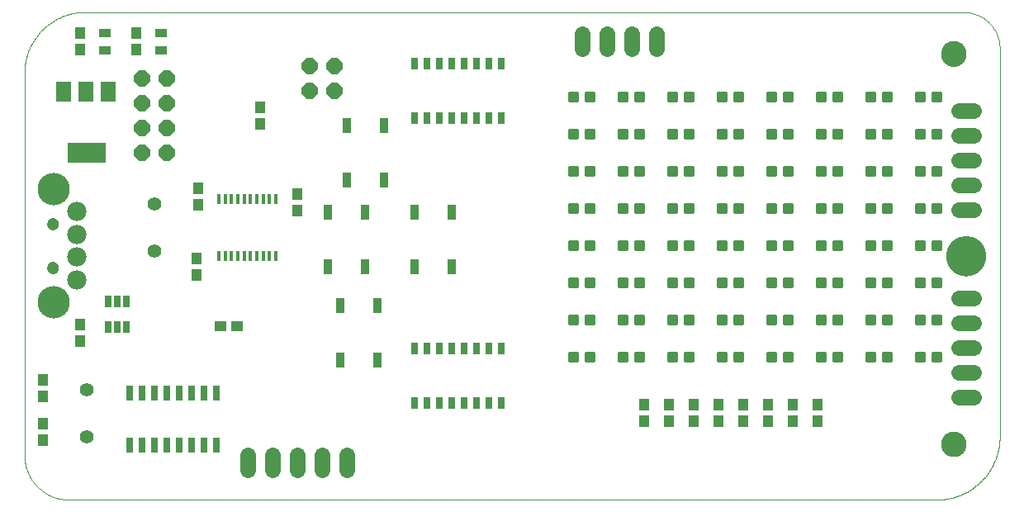
<source format=gts>
G75*
%MOIN*%
%OFA0B0*%
%FSLAX25Y25*%
%IPPOS*%
%LPD*%
%AMOC8*
5,1,8,0,0,1.08239X$1,22.5*
%
%ADD10C,0.00000*%
%ADD11C,0.16148*%
%ADD12C,0.01301*%
%ADD13R,0.04337X0.04731*%
%ADD14C,0.05600*%
%ADD15R,0.02900X0.06400*%
%ADD16C,0.07800*%
%ADD17C,0.13061*%
%ADD18C,0.04731*%
%ADD19R,0.06300X0.08300*%
%ADD20R,0.15400X0.08300*%
%ADD21R,0.05124X0.03550*%
%ADD22R,0.01600X0.04300*%
%ADD23R,0.02762X0.05124*%
%ADD24R,0.03400X0.06400*%
%ADD25C,0.06400*%
%ADD26R,0.02565X0.05124*%
%ADD27OC8,0.06400*%
%ADD28R,0.04731X0.04337*%
%ADD29C,0.10243*%
D10*
X0059668Y0031528D02*
X0059668Y0185867D01*
X0059675Y0186459D01*
X0059697Y0187050D01*
X0059732Y0187640D01*
X0059782Y0188230D01*
X0059847Y0188818D01*
X0059925Y0189405D01*
X0060017Y0189989D01*
X0060124Y0190571D01*
X0060245Y0191150D01*
X0060379Y0191726D01*
X0060528Y0192299D01*
X0060690Y0192868D01*
X0060866Y0193433D01*
X0061056Y0193993D01*
X0061259Y0194549D01*
X0061475Y0195099D01*
X0061705Y0195645D01*
X0061948Y0196184D01*
X0062204Y0196718D01*
X0062472Y0197245D01*
X0062754Y0197765D01*
X0063047Y0198279D01*
X0063353Y0198785D01*
X0063672Y0199284D01*
X0064002Y0199775D01*
X0064344Y0200258D01*
X0064697Y0200732D01*
X0065062Y0201198D01*
X0065438Y0201655D01*
X0065825Y0202102D01*
X0066223Y0202540D01*
X0066631Y0202969D01*
X0067049Y0203387D01*
X0067478Y0203795D01*
X0067916Y0204193D01*
X0068363Y0204580D01*
X0068820Y0204956D01*
X0069286Y0205321D01*
X0069760Y0205674D01*
X0070243Y0206016D01*
X0070734Y0206346D01*
X0071233Y0206665D01*
X0071739Y0206971D01*
X0072253Y0207264D01*
X0072773Y0207546D01*
X0073300Y0207814D01*
X0073834Y0208070D01*
X0074373Y0208313D01*
X0074919Y0208543D01*
X0075469Y0208759D01*
X0076025Y0208962D01*
X0076585Y0209152D01*
X0077150Y0209328D01*
X0077719Y0209490D01*
X0078292Y0209639D01*
X0078868Y0209773D01*
X0079447Y0209894D01*
X0080029Y0210001D01*
X0080613Y0210093D01*
X0081200Y0210171D01*
X0081788Y0210236D01*
X0082378Y0210286D01*
X0082968Y0210321D01*
X0083559Y0210343D01*
X0084151Y0210350D01*
X0438667Y0210350D01*
X0438667Y0210351D02*
X0439022Y0210347D01*
X0439377Y0210334D01*
X0439732Y0210312D01*
X0440086Y0210282D01*
X0440439Y0210244D01*
X0440791Y0210197D01*
X0441142Y0210141D01*
X0441492Y0210077D01*
X0441839Y0210005D01*
X0442185Y0209924D01*
X0442529Y0209835D01*
X0442871Y0209737D01*
X0443210Y0209631D01*
X0443547Y0209518D01*
X0443880Y0209396D01*
X0444211Y0209266D01*
X0444538Y0209128D01*
X0444862Y0208982D01*
X0445183Y0208828D01*
X0445499Y0208667D01*
X0445812Y0208498D01*
X0446120Y0208322D01*
X0446424Y0208138D01*
X0446724Y0207947D01*
X0447019Y0207749D01*
X0447309Y0207543D01*
X0447594Y0207331D01*
X0447873Y0207112D01*
X0448147Y0206886D01*
X0448416Y0206654D01*
X0448679Y0206415D01*
X0448937Y0206170D01*
X0449188Y0205919D01*
X0449433Y0205661D01*
X0449672Y0205398D01*
X0449904Y0205129D01*
X0450130Y0204855D01*
X0450349Y0204576D01*
X0450561Y0204291D01*
X0450767Y0204001D01*
X0450965Y0203706D01*
X0451156Y0203406D01*
X0451340Y0203102D01*
X0451516Y0202794D01*
X0451685Y0202481D01*
X0451846Y0202165D01*
X0452000Y0201844D01*
X0452146Y0201520D01*
X0452284Y0201193D01*
X0452414Y0200862D01*
X0452536Y0200529D01*
X0452649Y0200192D01*
X0452755Y0199853D01*
X0452853Y0199511D01*
X0452942Y0199167D01*
X0453023Y0198821D01*
X0453095Y0198474D01*
X0453159Y0198124D01*
X0453215Y0197773D01*
X0453262Y0197421D01*
X0453300Y0197068D01*
X0453330Y0196714D01*
X0453352Y0196359D01*
X0453365Y0196004D01*
X0453369Y0195649D01*
X0453369Y0039112D01*
X0429747Y0036000D02*
X0429749Y0036140D01*
X0429755Y0036280D01*
X0429765Y0036419D01*
X0429779Y0036558D01*
X0429797Y0036697D01*
X0429818Y0036835D01*
X0429844Y0036973D01*
X0429874Y0037110D01*
X0429907Y0037245D01*
X0429945Y0037380D01*
X0429986Y0037514D01*
X0430031Y0037647D01*
X0430079Y0037778D01*
X0430132Y0037907D01*
X0430188Y0038036D01*
X0430247Y0038162D01*
X0430311Y0038287D01*
X0430377Y0038410D01*
X0430448Y0038531D01*
X0430521Y0038650D01*
X0430598Y0038767D01*
X0430679Y0038881D01*
X0430762Y0038993D01*
X0430849Y0039103D01*
X0430939Y0039211D01*
X0431031Y0039315D01*
X0431127Y0039417D01*
X0431226Y0039517D01*
X0431327Y0039613D01*
X0431431Y0039707D01*
X0431538Y0039797D01*
X0431647Y0039884D01*
X0431759Y0039969D01*
X0431873Y0040050D01*
X0431989Y0040128D01*
X0432107Y0040202D01*
X0432228Y0040273D01*
X0432350Y0040341D01*
X0432475Y0040405D01*
X0432601Y0040466D01*
X0432728Y0040523D01*
X0432858Y0040576D01*
X0432989Y0040626D01*
X0433121Y0040671D01*
X0433254Y0040714D01*
X0433389Y0040752D01*
X0433524Y0040786D01*
X0433661Y0040817D01*
X0433798Y0040844D01*
X0433936Y0040866D01*
X0434075Y0040885D01*
X0434214Y0040900D01*
X0434353Y0040911D01*
X0434493Y0040918D01*
X0434633Y0040921D01*
X0434773Y0040920D01*
X0434913Y0040915D01*
X0435052Y0040906D01*
X0435192Y0040893D01*
X0435331Y0040876D01*
X0435469Y0040855D01*
X0435607Y0040831D01*
X0435744Y0040802D01*
X0435880Y0040770D01*
X0436015Y0040733D01*
X0436149Y0040693D01*
X0436282Y0040649D01*
X0436413Y0040601D01*
X0436543Y0040550D01*
X0436672Y0040495D01*
X0436799Y0040436D01*
X0436924Y0040373D01*
X0437047Y0040308D01*
X0437169Y0040238D01*
X0437288Y0040165D01*
X0437406Y0040089D01*
X0437521Y0040010D01*
X0437634Y0039927D01*
X0437744Y0039841D01*
X0437852Y0039752D01*
X0437957Y0039660D01*
X0438060Y0039565D01*
X0438160Y0039467D01*
X0438257Y0039367D01*
X0438351Y0039263D01*
X0438443Y0039157D01*
X0438531Y0039049D01*
X0438616Y0038938D01*
X0438698Y0038824D01*
X0438777Y0038708D01*
X0438852Y0038591D01*
X0438924Y0038471D01*
X0438992Y0038349D01*
X0439057Y0038225D01*
X0439119Y0038099D01*
X0439177Y0037972D01*
X0439231Y0037843D01*
X0439282Y0037712D01*
X0439328Y0037580D01*
X0439371Y0037447D01*
X0439411Y0037313D01*
X0439446Y0037178D01*
X0439478Y0037041D01*
X0439505Y0036904D01*
X0439529Y0036766D01*
X0439549Y0036628D01*
X0439565Y0036489D01*
X0439577Y0036349D01*
X0439585Y0036210D01*
X0439589Y0036070D01*
X0439589Y0035930D01*
X0439585Y0035790D01*
X0439577Y0035651D01*
X0439565Y0035511D01*
X0439549Y0035372D01*
X0439529Y0035234D01*
X0439505Y0035096D01*
X0439478Y0034959D01*
X0439446Y0034822D01*
X0439411Y0034687D01*
X0439371Y0034553D01*
X0439328Y0034420D01*
X0439282Y0034288D01*
X0439231Y0034157D01*
X0439177Y0034028D01*
X0439119Y0033901D01*
X0439057Y0033775D01*
X0438992Y0033651D01*
X0438924Y0033529D01*
X0438852Y0033409D01*
X0438777Y0033292D01*
X0438698Y0033176D01*
X0438616Y0033062D01*
X0438531Y0032951D01*
X0438443Y0032843D01*
X0438351Y0032737D01*
X0438257Y0032633D01*
X0438160Y0032533D01*
X0438060Y0032435D01*
X0437957Y0032340D01*
X0437852Y0032248D01*
X0437744Y0032159D01*
X0437634Y0032073D01*
X0437521Y0031990D01*
X0437406Y0031911D01*
X0437288Y0031835D01*
X0437169Y0031762D01*
X0437047Y0031692D01*
X0436924Y0031627D01*
X0436799Y0031564D01*
X0436672Y0031505D01*
X0436543Y0031450D01*
X0436413Y0031399D01*
X0436282Y0031351D01*
X0436149Y0031307D01*
X0436015Y0031267D01*
X0435880Y0031230D01*
X0435744Y0031198D01*
X0435607Y0031169D01*
X0435469Y0031145D01*
X0435331Y0031124D01*
X0435192Y0031107D01*
X0435052Y0031094D01*
X0434913Y0031085D01*
X0434773Y0031080D01*
X0434633Y0031079D01*
X0434493Y0031082D01*
X0434353Y0031089D01*
X0434214Y0031100D01*
X0434075Y0031115D01*
X0433936Y0031134D01*
X0433798Y0031156D01*
X0433661Y0031183D01*
X0433524Y0031214D01*
X0433389Y0031248D01*
X0433254Y0031286D01*
X0433121Y0031329D01*
X0432989Y0031374D01*
X0432858Y0031424D01*
X0432728Y0031477D01*
X0432601Y0031534D01*
X0432475Y0031595D01*
X0432350Y0031659D01*
X0432228Y0031727D01*
X0432107Y0031798D01*
X0431989Y0031872D01*
X0431873Y0031950D01*
X0431759Y0032031D01*
X0431647Y0032116D01*
X0431538Y0032203D01*
X0431431Y0032293D01*
X0431327Y0032387D01*
X0431226Y0032483D01*
X0431127Y0032583D01*
X0431031Y0032685D01*
X0430939Y0032789D01*
X0430849Y0032897D01*
X0430762Y0033007D01*
X0430679Y0033119D01*
X0430598Y0033233D01*
X0430521Y0033350D01*
X0430448Y0033469D01*
X0430377Y0033590D01*
X0430311Y0033713D01*
X0430247Y0033838D01*
X0430188Y0033964D01*
X0430132Y0034093D01*
X0430079Y0034222D01*
X0430031Y0034353D01*
X0429986Y0034486D01*
X0429945Y0034620D01*
X0429907Y0034755D01*
X0429874Y0034890D01*
X0429844Y0035027D01*
X0429818Y0035165D01*
X0429797Y0035303D01*
X0429779Y0035442D01*
X0429765Y0035581D01*
X0429755Y0035720D01*
X0429749Y0035860D01*
X0429747Y0036000D01*
X0427757Y0013500D02*
X0428376Y0013507D01*
X0428994Y0013530D01*
X0429612Y0013567D01*
X0430229Y0013620D01*
X0430844Y0013687D01*
X0431458Y0013769D01*
X0432069Y0013866D01*
X0432678Y0013977D01*
X0433284Y0014103D01*
X0433886Y0014244D01*
X0434485Y0014400D01*
X0435081Y0014569D01*
X0435672Y0014754D01*
X0436258Y0014952D01*
X0436839Y0015164D01*
X0437415Y0015391D01*
X0437986Y0015631D01*
X0438550Y0015885D01*
X0439108Y0016153D01*
X0439659Y0016434D01*
X0440204Y0016728D01*
X0440741Y0017035D01*
X0441271Y0017355D01*
X0441793Y0017688D01*
X0442306Y0018034D01*
X0442811Y0018391D01*
X0443308Y0018761D01*
X0443795Y0019143D01*
X0444273Y0019536D01*
X0444741Y0019941D01*
X0445199Y0020357D01*
X0445647Y0020784D01*
X0446085Y0021222D01*
X0446512Y0021670D01*
X0446928Y0022128D01*
X0447333Y0022596D01*
X0447726Y0023074D01*
X0448108Y0023561D01*
X0448478Y0024058D01*
X0448835Y0024563D01*
X0449181Y0025076D01*
X0449514Y0025598D01*
X0449834Y0026128D01*
X0450141Y0026665D01*
X0450435Y0027210D01*
X0450716Y0027761D01*
X0450984Y0028319D01*
X0451238Y0028883D01*
X0451478Y0029454D01*
X0451705Y0030030D01*
X0451917Y0030611D01*
X0452115Y0031197D01*
X0452300Y0031788D01*
X0452469Y0032384D01*
X0452625Y0032983D01*
X0452766Y0033585D01*
X0452892Y0034191D01*
X0453003Y0034800D01*
X0453100Y0035411D01*
X0453182Y0036025D01*
X0453249Y0036640D01*
X0453302Y0037257D01*
X0453339Y0037875D01*
X0453362Y0038493D01*
X0453369Y0039112D01*
X0427757Y0013500D02*
X0077695Y0013500D01*
X0077259Y0013505D01*
X0076824Y0013521D01*
X0076389Y0013547D01*
X0075955Y0013584D01*
X0075522Y0013631D01*
X0075090Y0013689D01*
X0074660Y0013757D01*
X0074231Y0013836D01*
X0073805Y0013925D01*
X0073381Y0014024D01*
X0072959Y0014133D01*
X0072540Y0014253D01*
X0072124Y0014382D01*
X0071711Y0014522D01*
X0071302Y0014672D01*
X0070897Y0014831D01*
X0070495Y0015000D01*
X0070098Y0015179D01*
X0069705Y0015367D01*
X0069317Y0015565D01*
X0068934Y0015772D01*
X0068556Y0015988D01*
X0068183Y0016214D01*
X0067815Y0016448D01*
X0067454Y0016691D01*
X0067098Y0016943D01*
X0066749Y0017203D01*
X0066406Y0017472D01*
X0066070Y0017749D01*
X0065740Y0018034D01*
X0065418Y0018327D01*
X0065102Y0018627D01*
X0064794Y0018935D01*
X0064494Y0019251D01*
X0064201Y0019573D01*
X0063916Y0019903D01*
X0063639Y0020239D01*
X0063370Y0020582D01*
X0063110Y0020931D01*
X0062858Y0021287D01*
X0062615Y0021648D01*
X0062381Y0022016D01*
X0062155Y0022389D01*
X0061939Y0022767D01*
X0061732Y0023150D01*
X0061534Y0023538D01*
X0061346Y0023931D01*
X0061167Y0024328D01*
X0060998Y0024730D01*
X0060839Y0025135D01*
X0060689Y0025544D01*
X0060549Y0025957D01*
X0060420Y0026373D01*
X0060300Y0026792D01*
X0060191Y0027214D01*
X0060092Y0027638D01*
X0060003Y0028064D01*
X0059924Y0028493D01*
X0059856Y0028923D01*
X0059798Y0029355D01*
X0059751Y0029788D01*
X0059714Y0030222D01*
X0059688Y0030657D01*
X0059672Y0031092D01*
X0059667Y0031528D01*
X0068920Y0107142D02*
X0068922Y0107235D01*
X0068928Y0107327D01*
X0068938Y0107419D01*
X0068952Y0107510D01*
X0068969Y0107601D01*
X0068991Y0107691D01*
X0069016Y0107780D01*
X0069045Y0107868D01*
X0069078Y0107954D01*
X0069115Y0108039D01*
X0069155Y0108123D01*
X0069199Y0108204D01*
X0069246Y0108284D01*
X0069296Y0108362D01*
X0069350Y0108437D01*
X0069407Y0108510D01*
X0069467Y0108580D01*
X0069530Y0108648D01*
X0069596Y0108713D01*
X0069664Y0108775D01*
X0069735Y0108835D01*
X0069809Y0108891D01*
X0069885Y0108944D01*
X0069963Y0108993D01*
X0070043Y0109040D01*
X0070125Y0109082D01*
X0070209Y0109122D01*
X0070294Y0109157D01*
X0070381Y0109189D01*
X0070469Y0109218D01*
X0070558Y0109242D01*
X0070648Y0109263D01*
X0070739Y0109279D01*
X0070831Y0109292D01*
X0070923Y0109301D01*
X0071016Y0109306D01*
X0071108Y0109307D01*
X0071201Y0109304D01*
X0071293Y0109297D01*
X0071385Y0109286D01*
X0071476Y0109271D01*
X0071567Y0109253D01*
X0071657Y0109230D01*
X0071745Y0109204D01*
X0071833Y0109174D01*
X0071919Y0109140D01*
X0072003Y0109103D01*
X0072086Y0109061D01*
X0072167Y0109017D01*
X0072247Y0108969D01*
X0072324Y0108918D01*
X0072398Y0108863D01*
X0072471Y0108805D01*
X0072541Y0108745D01*
X0072608Y0108681D01*
X0072672Y0108615D01*
X0072734Y0108545D01*
X0072792Y0108474D01*
X0072847Y0108400D01*
X0072899Y0108323D01*
X0072948Y0108244D01*
X0072994Y0108164D01*
X0073036Y0108081D01*
X0073074Y0107997D01*
X0073109Y0107911D01*
X0073140Y0107824D01*
X0073167Y0107736D01*
X0073190Y0107646D01*
X0073210Y0107556D01*
X0073226Y0107465D01*
X0073238Y0107373D01*
X0073246Y0107281D01*
X0073250Y0107188D01*
X0073250Y0107096D01*
X0073246Y0107003D01*
X0073238Y0106911D01*
X0073226Y0106819D01*
X0073210Y0106728D01*
X0073190Y0106638D01*
X0073167Y0106548D01*
X0073140Y0106460D01*
X0073109Y0106373D01*
X0073074Y0106287D01*
X0073036Y0106203D01*
X0072994Y0106120D01*
X0072948Y0106040D01*
X0072899Y0105961D01*
X0072847Y0105884D01*
X0072792Y0105810D01*
X0072734Y0105739D01*
X0072672Y0105669D01*
X0072608Y0105603D01*
X0072541Y0105539D01*
X0072471Y0105479D01*
X0072398Y0105421D01*
X0072324Y0105366D01*
X0072247Y0105315D01*
X0072168Y0105267D01*
X0072086Y0105223D01*
X0072003Y0105181D01*
X0071919Y0105144D01*
X0071833Y0105110D01*
X0071745Y0105080D01*
X0071657Y0105054D01*
X0071567Y0105031D01*
X0071476Y0105013D01*
X0071385Y0104998D01*
X0071293Y0104987D01*
X0071201Y0104980D01*
X0071108Y0104977D01*
X0071016Y0104978D01*
X0070923Y0104983D01*
X0070831Y0104992D01*
X0070739Y0105005D01*
X0070648Y0105021D01*
X0070558Y0105042D01*
X0070469Y0105066D01*
X0070381Y0105095D01*
X0070294Y0105127D01*
X0070209Y0105162D01*
X0070125Y0105202D01*
X0070043Y0105244D01*
X0069963Y0105291D01*
X0069885Y0105340D01*
X0069809Y0105393D01*
X0069735Y0105449D01*
X0069664Y0105509D01*
X0069596Y0105571D01*
X0069530Y0105636D01*
X0069467Y0105704D01*
X0069407Y0105774D01*
X0069350Y0105847D01*
X0069296Y0105922D01*
X0069246Y0106000D01*
X0069199Y0106080D01*
X0069155Y0106161D01*
X0069115Y0106245D01*
X0069078Y0106330D01*
X0069045Y0106416D01*
X0069016Y0106504D01*
X0068991Y0106593D01*
X0068969Y0106683D01*
X0068952Y0106774D01*
X0068938Y0106865D01*
X0068928Y0106957D01*
X0068922Y0107049D01*
X0068920Y0107142D01*
X0068920Y0124858D02*
X0068922Y0124951D01*
X0068928Y0125043D01*
X0068938Y0125135D01*
X0068952Y0125226D01*
X0068969Y0125317D01*
X0068991Y0125407D01*
X0069016Y0125496D01*
X0069045Y0125584D01*
X0069078Y0125670D01*
X0069115Y0125755D01*
X0069155Y0125839D01*
X0069199Y0125920D01*
X0069246Y0126000D01*
X0069296Y0126078D01*
X0069350Y0126153D01*
X0069407Y0126226D01*
X0069467Y0126296D01*
X0069530Y0126364D01*
X0069596Y0126429D01*
X0069664Y0126491D01*
X0069735Y0126551D01*
X0069809Y0126607D01*
X0069885Y0126660D01*
X0069963Y0126709D01*
X0070043Y0126756D01*
X0070125Y0126798D01*
X0070209Y0126838D01*
X0070294Y0126873D01*
X0070381Y0126905D01*
X0070469Y0126934D01*
X0070558Y0126958D01*
X0070648Y0126979D01*
X0070739Y0126995D01*
X0070831Y0127008D01*
X0070923Y0127017D01*
X0071016Y0127022D01*
X0071108Y0127023D01*
X0071201Y0127020D01*
X0071293Y0127013D01*
X0071385Y0127002D01*
X0071476Y0126987D01*
X0071567Y0126969D01*
X0071657Y0126946D01*
X0071745Y0126920D01*
X0071833Y0126890D01*
X0071919Y0126856D01*
X0072003Y0126819D01*
X0072086Y0126777D01*
X0072167Y0126733D01*
X0072247Y0126685D01*
X0072324Y0126634D01*
X0072398Y0126579D01*
X0072471Y0126521D01*
X0072541Y0126461D01*
X0072608Y0126397D01*
X0072672Y0126331D01*
X0072734Y0126261D01*
X0072792Y0126190D01*
X0072847Y0126116D01*
X0072899Y0126039D01*
X0072948Y0125960D01*
X0072994Y0125880D01*
X0073036Y0125797D01*
X0073074Y0125713D01*
X0073109Y0125627D01*
X0073140Y0125540D01*
X0073167Y0125452D01*
X0073190Y0125362D01*
X0073210Y0125272D01*
X0073226Y0125181D01*
X0073238Y0125089D01*
X0073246Y0124997D01*
X0073250Y0124904D01*
X0073250Y0124812D01*
X0073246Y0124719D01*
X0073238Y0124627D01*
X0073226Y0124535D01*
X0073210Y0124444D01*
X0073190Y0124354D01*
X0073167Y0124264D01*
X0073140Y0124176D01*
X0073109Y0124089D01*
X0073074Y0124003D01*
X0073036Y0123919D01*
X0072994Y0123836D01*
X0072948Y0123756D01*
X0072899Y0123677D01*
X0072847Y0123600D01*
X0072792Y0123526D01*
X0072734Y0123455D01*
X0072672Y0123385D01*
X0072608Y0123319D01*
X0072541Y0123255D01*
X0072471Y0123195D01*
X0072398Y0123137D01*
X0072324Y0123082D01*
X0072247Y0123031D01*
X0072168Y0122983D01*
X0072086Y0122939D01*
X0072003Y0122897D01*
X0071919Y0122860D01*
X0071833Y0122826D01*
X0071745Y0122796D01*
X0071657Y0122770D01*
X0071567Y0122747D01*
X0071476Y0122729D01*
X0071385Y0122714D01*
X0071293Y0122703D01*
X0071201Y0122696D01*
X0071108Y0122693D01*
X0071016Y0122694D01*
X0070923Y0122699D01*
X0070831Y0122708D01*
X0070739Y0122721D01*
X0070648Y0122737D01*
X0070558Y0122758D01*
X0070469Y0122782D01*
X0070381Y0122811D01*
X0070294Y0122843D01*
X0070209Y0122878D01*
X0070125Y0122918D01*
X0070043Y0122960D01*
X0069963Y0123007D01*
X0069885Y0123056D01*
X0069809Y0123109D01*
X0069735Y0123165D01*
X0069664Y0123225D01*
X0069596Y0123287D01*
X0069530Y0123352D01*
X0069467Y0123420D01*
X0069407Y0123490D01*
X0069350Y0123563D01*
X0069296Y0123638D01*
X0069246Y0123716D01*
X0069199Y0123796D01*
X0069155Y0123877D01*
X0069115Y0123961D01*
X0069078Y0124046D01*
X0069045Y0124132D01*
X0069016Y0124220D01*
X0068991Y0124309D01*
X0068969Y0124399D01*
X0068952Y0124490D01*
X0068938Y0124581D01*
X0068928Y0124673D01*
X0068922Y0124765D01*
X0068920Y0124858D01*
X0429747Y0193500D02*
X0429749Y0193640D01*
X0429755Y0193780D01*
X0429765Y0193919D01*
X0429779Y0194058D01*
X0429797Y0194197D01*
X0429818Y0194335D01*
X0429844Y0194473D01*
X0429874Y0194610D01*
X0429907Y0194745D01*
X0429945Y0194880D01*
X0429986Y0195014D01*
X0430031Y0195147D01*
X0430079Y0195278D01*
X0430132Y0195407D01*
X0430188Y0195536D01*
X0430247Y0195662D01*
X0430311Y0195787D01*
X0430377Y0195910D01*
X0430448Y0196031D01*
X0430521Y0196150D01*
X0430598Y0196267D01*
X0430679Y0196381D01*
X0430762Y0196493D01*
X0430849Y0196603D01*
X0430939Y0196711D01*
X0431031Y0196815D01*
X0431127Y0196917D01*
X0431226Y0197017D01*
X0431327Y0197113D01*
X0431431Y0197207D01*
X0431538Y0197297D01*
X0431647Y0197384D01*
X0431759Y0197469D01*
X0431873Y0197550D01*
X0431989Y0197628D01*
X0432107Y0197702D01*
X0432228Y0197773D01*
X0432350Y0197841D01*
X0432475Y0197905D01*
X0432601Y0197966D01*
X0432728Y0198023D01*
X0432858Y0198076D01*
X0432989Y0198126D01*
X0433121Y0198171D01*
X0433254Y0198214D01*
X0433389Y0198252D01*
X0433524Y0198286D01*
X0433661Y0198317D01*
X0433798Y0198344D01*
X0433936Y0198366D01*
X0434075Y0198385D01*
X0434214Y0198400D01*
X0434353Y0198411D01*
X0434493Y0198418D01*
X0434633Y0198421D01*
X0434773Y0198420D01*
X0434913Y0198415D01*
X0435052Y0198406D01*
X0435192Y0198393D01*
X0435331Y0198376D01*
X0435469Y0198355D01*
X0435607Y0198331D01*
X0435744Y0198302D01*
X0435880Y0198270D01*
X0436015Y0198233D01*
X0436149Y0198193D01*
X0436282Y0198149D01*
X0436413Y0198101D01*
X0436543Y0198050D01*
X0436672Y0197995D01*
X0436799Y0197936D01*
X0436924Y0197873D01*
X0437047Y0197808D01*
X0437169Y0197738D01*
X0437288Y0197665D01*
X0437406Y0197589D01*
X0437521Y0197510D01*
X0437634Y0197427D01*
X0437744Y0197341D01*
X0437852Y0197252D01*
X0437957Y0197160D01*
X0438060Y0197065D01*
X0438160Y0196967D01*
X0438257Y0196867D01*
X0438351Y0196763D01*
X0438443Y0196657D01*
X0438531Y0196549D01*
X0438616Y0196438D01*
X0438698Y0196324D01*
X0438777Y0196208D01*
X0438852Y0196091D01*
X0438924Y0195971D01*
X0438992Y0195849D01*
X0439057Y0195725D01*
X0439119Y0195599D01*
X0439177Y0195472D01*
X0439231Y0195343D01*
X0439282Y0195212D01*
X0439328Y0195080D01*
X0439371Y0194947D01*
X0439411Y0194813D01*
X0439446Y0194678D01*
X0439478Y0194541D01*
X0439505Y0194404D01*
X0439529Y0194266D01*
X0439549Y0194128D01*
X0439565Y0193989D01*
X0439577Y0193849D01*
X0439585Y0193710D01*
X0439589Y0193570D01*
X0439589Y0193430D01*
X0439585Y0193290D01*
X0439577Y0193151D01*
X0439565Y0193011D01*
X0439549Y0192872D01*
X0439529Y0192734D01*
X0439505Y0192596D01*
X0439478Y0192459D01*
X0439446Y0192322D01*
X0439411Y0192187D01*
X0439371Y0192053D01*
X0439328Y0191920D01*
X0439282Y0191788D01*
X0439231Y0191657D01*
X0439177Y0191528D01*
X0439119Y0191401D01*
X0439057Y0191275D01*
X0438992Y0191151D01*
X0438924Y0191029D01*
X0438852Y0190909D01*
X0438777Y0190792D01*
X0438698Y0190676D01*
X0438616Y0190562D01*
X0438531Y0190451D01*
X0438443Y0190343D01*
X0438351Y0190237D01*
X0438257Y0190133D01*
X0438160Y0190033D01*
X0438060Y0189935D01*
X0437957Y0189840D01*
X0437852Y0189748D01*
X0437744Y0189659D01*
X0437634Y0189573D01*
X0437521Y0189490D01*
X0437406Y0189411D01*
X0437288Y0189335D01*
X0437169Y0189262D01*
X0437047Y0189192D01*
X0436924Y0189127D01*
X0436799Y0189064D01*
X0436672Y0189005D01*
X0436543Y0188950D01*
X0436413Y0188899D01*
X0436282Y0188851D01*
X0436149Y0188807D01*
X0436015Y0188767D01*
X0435880Y0188730D01*
X0435744Y0188698D01*
X0435607Y0188669D01*
X0435469Y0188645D01*
X0435331Y0188624D01*
X0435192Y0188607D01*
X0435052Y0188594D01*
X0434913Y0188585D01*
X0434773Y0188580D01*
X0434633Y0188579D01*
X0434493Y0188582D01*
X0434353Y0188589D01*
X0434214Y0188600D01*
X0434075Y0188615D01*
X0433936Y0188634D01*
X0433798Y0188656D01*
X0433661Y0188683D01*
X0433524Y0188714D01*
X0433389Y0188748D01*
X0433254Y0188786D01*
X0433121Y0188829D01*
X0432989Y0188874D01*
X0432858Y0188924D01*
X0432728Y0188977D01*
X0432601Y0189034D01*
X0432475Y0189095D01*
X0432350Y0189159D01*
X0432228Y0189227D01*
X0432107Y0189298D01*
X0431989Y0189372D01*
X0431873Y0189450D01*
X0431759Y0189531D01*
X0431647Y0189616D01*
X0431538Y0189703D01*
X0431431Y0189793D01*
X0431327Y0189887D01*
X0431226Y0189983D01*
X0431127Y0190083D01*
X0431031Y0190185D01*
X0430939Y0190289D01*
X0430849Y0190397D01*
X0430762Y0190507D01*
X0430679Y0190619D01*
X0430598Y0190733D01*
X0430521Y0190850D01*
X0430448Y0190969D01*
X0430377Y0191090D01*
X0430311Y0191213D01*
X0430247Y0191338D01*
X0430188Y0191464D01*
X0430132Y0191593D01*
X0430079Y0191722D01*
X0430031Y0191853D01*
X0429986Y0191986D01*
X0429945Y0192120D01*
X0429907Y0192255D01*
X0429874Y0192390D01*
X0429844Y0192527D01*
X0429818Y0192665D01*
X0429797Y0192803D01*
X0429779Y0192942D01*
X0429765Y0193081D01*
X0429755Y0193220D01*
X0429749Y0193360D01*
X0429747Y0193500D01*
X0431794Y0111925D02*
X0431796Y0112118D01*
X0431803Y0112311D01*
X0431815Y0112504D01*
X0431832Y0112697D01*
X0431853Y0112889D01*
X0431879Y0113080D01*
X0431910Y0113271D01*
X0431945Y0113461D01*
X0431985Y0113650D01*
X0432030Y0113838D01*
X0432079Y0114025D01*
X0432133Y0114211D01*
X0432191Y0114395D01*
X0432254Y0114578D01*
X0432322Y0114759D01*
X0432393Y0114938D01*
X0432470Y0115116D01*
X0432550Y0115292D01*
X0432635Y0115465D01*
X0432724Y0115637D01*
X0432817Y0115806D01*
X0432914Y0115973D01*
X0433016Y0116138D01*
X0433121Y0116300D01*
X0433230Y0116459D01*
X0433344Y0116616D01*
X0433461Y0116769D01*
X0433581Y0116920D01*
X0433706Y0117068D01*
X0433834Y0117213D01*
X0433965Y0117354D01*
X0434100Y0117493D01*
X0434239Y0117628D01*
X0434380Y0117759D01*
X0434525Y0117887D01*
X0434673Y0118012D01*
X0434824Y0118132D01*
X0434977Y0118249D01*
X0435134Y0118363D01*
X0435293Y0118472D01*
X0435455Y0118577D01*
X0435620Y0118679D01*
X0435787Y0118776D01*
X0435956Y0118869D01*
X0436128Y0118958D01*
X0436301Y0119043D01*
X0436477Y0119123D01*
X0436655Y0119200D01*
X0436834Y0119271D01*
X0437015Y0119339D01*
X0437198Y0119402D01*
X0437382Y0119460D01*
X0437568Y0119514D01*
X0437755Y0119563D01*
X0437943Y0119608D01*
X0438132Y0119648D01*
X0438322Y0119683D01*
X0438513Y0119714D01*
X0438704Y0119740D01*
X0438896Y0119761D01*
X0439089Y0119778D01*
X0439282Y0119790D01*
X0439475Y0119797D01*
X0439668Y0119799D01*
X0439861Y0119797D01*
X0440054Y0119790D01*
X0440247Y0119778D01*
X0440440Y0119761D01*
X0440632Y0119740D01*
X0440823Y0119714D01*
X0441014Y0119683D01*
X0441204Y0119648D01*
X0441393Y0119608D01*
X0441581Y0119563D01*
X0441768Y0119514D01*
X0441954Y0119460D01*
X0442138Y0119402D01*
X0442321Y0119339D01*
X0442502Y0119271D01*
X0442681Y0119200D01*
X0442859Y0119123D01*
X0443035Y0119043D01*
X0443208Y0118958D01*
X0443380Y0118869D01*
X0443549Y0118776D01*
X0443716Y0118679D01*
X0443881Y0118577D01*
X0444043Y0118472D01*
X0444202Y0118363D01*
X0444359Y0118249D01*
X0444512Y0118132D01*
X0444663Y0118012D01*
X0444811Y0117887D01*
X0444956Y0117759D01*
X0445097Y0117628D01*
X0445236Y0117493D01*
X0445371Y0117354D01*
X0445502Y0117213D01*
X0445630Y0117068D01*
X0445755Y0116920D01*
X0445875Y0116769D01*
X0445992Y0116616D01*
X0446106Y0116459D01*
X0446215Y0116300D01*
X0446320Y0116138D01*
X0446422Y0115973D01*
X0446519Y0115806D01*
X0446612Y0115637D01*
X0446701Y0115465D01*
X0446786Y0115292D01*
X0446866Y0115116D01*
X0446943Y0114938D01*
X0447014Y0114759D01*
X0447082Y0114578D01*
X0447145Y0114395D01*
X0447203Y0114211D01*
X0447257Y0114025D01*
X0447306Y0113838D01*
X0447351Y0113650D01*
X0447391Y0113461D01*
X0447426Y0113271D01*
X0447457Y0113080D01*
X0447483Y0112889D01*
X0447504Y0112697D01*
X0447521Y0112504D01*
X0447533Y0112311D01*
X0447540Y0112118D01*
X0447542Y0111925D01*
X0447540Y0111732D01*
X0447533Y0111539D01*
X0447521Y0111346D01*
X0447504Y0111153D01*
X0447483Y0110961D01*
X0447457Y0110770D01*
X0447426Y0110579D01*
X0447391Y0110389D01*
X0447351Y0110200D01*
X0447306Y0110012D01*
X0447257Y0109825D01*
X0447203Y0109639D01*
X0447145Y0109455D01*
X0447082Y0109272D01*
X0447014Y0109091D01*
X0446943Y0108912D01*
X0446866Y0108734D01*
X0446786Y0108558D01*
X0446701Y0108385D01*
X0446612Y0108213D01*
X0446519Y0108044D01*
X0446422Y0107877D01*
X0446320Y0107712D01*
X0446215Y0107550D01*
X0446106Y0107391D01*
X0445992Y0107234D01*
X0445875Y0107081D01*
X0445755Y0106930D01*
X0445630Y0106782D01*
X0445502Y0106637D01*
X0445371Y0106496D01*
X0445236Y0106357D01*
X0445097Y0106222D01*
X0444956Y0106091D01*
X0444811Y0105963D01*
X0444663Y0105838D01*
X0444512Y0105718D01*
X0444359Y0105601D01*
X0444202Y0105487D01*
X0444043Y0105378D01*
X0443881Y0105273D01*
X0443716Y0105171D01*
X0443549Y0105074D01*
X0443380Y0104981D01*
X0443208Y0104892D01*
X0443035Y0104807D01*
X0442859Y0104727D01*
X0442681Y0104650D01*
X0442502Y0104579D01*
X0442321Y0104511D01*
X0442138Y0104448D01*
X0441954Y0104390D01*
X0441768Y0104336D01*
X0441581Y0104287D01*
X0441393Y0104242D01*
X0441204Y0104202D01*
X0441014Y0104167D01*
X0440823Y0104136D01*
X0440632Y0104110D01*
X0440440Y0104089D01*
X0440247Y0104072D01*
X0440054Y0104060D01*
X0439861Y0104053D01*
X0439668Y0104051D01*
X0439475Y0104053D01*
X0439282Y0104060D01*
X0439089Y0104072D01*
X0438896Y0104089D01*
X0438704Y0104110D01*
X0438513Y0104136D01*
X0438322Y0104167D01*
X0438132Y0104202D01*
X0437943Y0104242D01*
X0437755Y0104287D01*
X0437568Y0104336D01*
X0437382Y0104390D01*
X0437198Y0104448D01*
X0437015Y0104511D01*
X0436834Y0104579D01*
X0436655Y0104650D01*
X0436477Y0104727D01*
X0436301Y0104807D01*
X0436128Y0104892D01*
X0435956Y0104981D01*
X0435787Y0105074D01*
X0435620Y0105171D01*
X0435455Y0105273D01*
X0435293Y0105378D01*
X0435134Y0105487D01*
X0434977Y0105601D01*
X0434824Y0105718D01*
X0434673Y0105838D01*
X0434525Y0105963D01*
X0434380Y0106091D01*
X0434239Y0106222D01*
X0434100Y0106357D01*
X0433965Y0106496D01*
X0433834Y0106637D01*
X0433706Y0106782D01*
X0433581Y0106930D01*
X0433461Y0107081D01*
X0433344Y0107234D01*
X0433230Y0107391D01*
X0433121Y0107550D01*
X0433016Y0107712D01*
X0432914Y0107877D01*
X0432817Y0108044D01*
X0432724Y0108213D01*
X0432635Y0108385D01*
X0432550Y0108558D01*
X0432470Y0108734D01*
X0432393Y0108912D01*
X0432322Y0109091D01*
X0432254Y0109272D01*
X0432191Y0109455D01*
X0432133Y0109639D01*
X0432079Y0109825D01*
X0432030Y0110012D01*
X0431985Y0110200D01*
X0431945Y0110389D01*
X0431910Y0110579D01*
X0431879Y0110770D01*
X0431853Y0110961D01*
X0431832Y0111153D01*
X0431815Y0111346D01*
X0431803Y0111539D01*
X0431796Y0111732D01*
X0431794Y0111925D01*
D11*
X0439668Y0111925D03*
D12*
X0429638Y0114482D02*
X0429638Y0117518D01*
X0429638Y0114482D02*
X0426602Y0114482D01*
X0426602Y0117518D01*
X0429638Y0117518D01*
X0429638Y0115782D02*
X0426602Y0115782D01*
X0426602Y0117082D02*
X0429638Y0117082D01*
X0422733Y0117518D02*
X0422733Y0114482D01*
X0419697Y0114482D01*
X0419697Y0117518D01*
X0422733Y0117518D01*
X0422733Y0115782D02*
X0419697Y0115782D01*
X0419697Y0117082D02*
X0422733Y0117082D01*
X0409638Y0117518D02*
X0409638Y0114482D01*
X0406602Y0114482D01*
X0406602Y0117518D01*
X0409638Y0117518D01*
X0409638Y0115782D02*
X0406602Y0115782D01*
X0406602Y0117082D02*
X0409638Y0117082D01*
X0402733Y0117518D02*
X0402733Y0114482D01*
X0399697Y0114482D01*
X0399697Y0117518D01*
X0402733Y0117518D01*
X0402733Y0115782D02*
X0399697Y0115782D01*
X0399697Y0117082D02*
X0402733Y0117082D01*
X0389638Y0117518D02*
X0389638Y0114482D01*
X0386602Y0114482D01*
X0386602Y0117518D01*
X0389638Y0117518D01*
X0389638Y0115782D02*
X0386602Y0115782D01*
X0386602Y0117082D02*
X0389638Y0117082D01*
X0382733Y0117518D02*
X0382733Y0114482D01*
X0379697Y0114482D01*
X0379697Y0117518D01*
X0382733Y0117518D01*
X0382733Y0115782D02*
X0379697Y0115782D01*
X0379697Y0117082D02*
X0382733Y0117082D01*
X0369638Y0117518D02*
X0369638Y0114482D01*
X0366602Y0114482D01*
X0366602Y0117518D01*
X0369638Y0117518D01*
X0369638Y0115782D02*
X0366602Y0115782D01*
X0366602Y0117082D02*
X0369638Y0117082D01*
X0362733Y0117518D02*
X0362733Y0114482D01*
X0359697Y0114482D01*
X0359697Y0117518D01*
X0362733Y0117518D01*
X0362733Y0115782D02*
X0359697Y0115782D01*
X0359697Y0117082D02*
X0362733Y0117082D01*
X0349638Y0117518D02*
X0349638Y0114482D01*
X0346602Y0114482D01*
X0346602Y0117518D01*
X0349638Y0117518D01*
X0349638Y0115782D02*
X0346602Y0115782D01*
X0346602Y0117082D02*
X0349638Y0117082D01*
X0342733Y0117518D02*
X0342733Y0114482D01*
X0339697Y0114482D01*
X0339697Y0117518D01*
X0342733Y0117518D01*
X0342733Y0115782D02*
X0339697Y0115782D01*
X0339697Y0117082D02*
X0342733Y0117082D01*
X0329638Y0117518D02*
X0329638Y0114482D01*
X0326602Y0114482D01*
X0326602Y0117518D01*
X0329638Y0117518D01*
X0329638Y0115782D02*
X0326602Y0115782D01*
X0326602Y0117082D02*
X0329638Y0117082D01*
X0322733Y0117518D02*
X0322733Y0114482D01*
X0319697Y0114482D01*
X0319697Y0117518D01*
X0322733Y0117518D01*
X0322733Y0115782D02*
X0319697Y0115782D01*
X0319697Y0117082D02*
X0322733Y0117082D01*
X0309638Y0117518D02*
X0309638Y0114482D01*
X0306602Y0114482D01*
X0306602Y0117518D01*
X0309638Y0117518D01*
X0309638Y0115782D02*
X0306602Y0115782D01*
X0306602Y0117082D02*
X0309638Y0117082D01*
X0302733Y0117518D02*
X0302733Y0114482D01*
X0299697Y0114482D01*
X0299697Y0117518D01*
X0302733Y0117518D01*
X0302733Y0115782D02*
X0299697Y0115782D01*
X0299697Y0117082D02*
X0302733Y0117082D01*
X0289638Y0117518D02*
X0289638Y0114482D01*
X0286602Y0114482D01*
X0286602Y0117518D01*
X0289638Y0117518D01*
X0289638Y0115782D02*
X0286602Y0115782D01*
X0286602Y0117082D02*
X0289638Y0117082D01*
X0282733Y0117518D02*
X0282733Y0114482D01*
X0279697Y0114482D01*
X0279697Y0117518D01*
X0282733Y0117518D01*
X0282733Y0115782D02*
X0279697Y0115782D01*
X0279697Y0117082D02*
X0282733Y0117082D01*
X0282733Y0129482D02*
X0282733Y0132518D01*
X0282733Y0129482D02*
X0279697Y0129482D01*
X0279697Y0132518D01*
X0282733Y0132518D01*
X0282733Y0130782D02*
X0279697Y0130782D01*
X0279697Y0132082D02*
X0282733Y0132082D01*
X0289638Y0132518D02*
X0289638Y0129482D01*
X0286602Y0129482D01*
X0286602Y0132518D01*
X0289638Y0132518D01*
X0289638Y0130782D02*
X0286602Y0130782D01*
X0286602Y0132082D02*
X0289638Y0132082D01*
X0302733Y0132518D02*
X0302733Y0129482D01*
X0299697Y0129482D01*
X0299697Y0132518D01*
X0302733Y0132518D01*
X0302733Y0130782D02*
X0299697Y0130782D01*
X0299697Y0132082D02*
X0302733Y0132082D01*
X0309638Y0132518D02*
X0309638Y0129482D01*
X0306602Y0129482D01*
X0306602Y0132518D01*
X0309638Y0132518D01*
X0309638Y0130782D02*
X0306602Y0130782D01*
X0306602Y0132082D02*
X0309638Y0132082D01*
X0322733Y0132518D02*
X0322733Y0129482D01*
X0319697Y0129482D01*
X0319697Y0132518D01*
X0322733Y0132518D01*
X0322733Y0130782D02*
X0319697Y0130782D01*
X0319697Y0132082D02*
X0322733Y0132082D01*
X0329638Y0132518D02*
X0329638Y0129482D01*
X0326602Y0129482D01*
X0326602Y0132518D01*
X0329638Y0132518D01*
X0329638Y0130782D02*
X0326602Y0130782D01*
X0326602Y0132082D02*
X0329638Y0132082D01*
X0342733Y0132518D02*
X0342733Y0129482D01*
X0339697Y0129482D01*
X0339697Y0132518D01*
X0342733Y0132518D01*
X0342733Y0130782D02*
X0339697Y0130782D01*
X0339697Y0132082D02*
X0342733Y0132082D01*
X0349638Y0132518D02*
X0349638Y0129482D01*
X0346602Y0129482D01*
X0346602Y0132518D01*
X0349638Y0132518D01*
X0349638Y0130782D02*
X0346602Y0130782D01*
X0346602Y0132082D02*
X0349638Y0132082D01*
X0362733Y0132518D02*
X0362733Y0129482D01*
X0359697Y0129482D01*
X0359697Y0132518D01*
X0362733Y0132518D01*
X0362733Y0130782D02*
X0359697Y0130782D01*
X0359697Y0132082D02*
X0362733Y0132082D01*
X0369638Y0132518D02*
X0369638Y0129482D01*
X0366602Y0129482D01*
X0366602Y0132518D01*
X0369638Y0132518D01*
X0369638Y0130782D02*
X0366602Y0130782D01*
X0366602Y0132082D02*
X0369638Y0132082D01*
X0382733Y0132518D02*
X0382733Y0129482D01*
X0379697Y0129482D01*
X0379697Y0132518D01*
X0382733Y0132518D01*
X0382733Y0130782D02*
X0379697Y0130782D01*
X0379697Y0132082D02*
X0382733Y0132082D01*
X0389638Y0132518D02*
X0389638Y0129482D01*
X0386602Y0129482D01*
X0386602Y0132518D01*
X0389638Y0132518D01*
X0389638Y0130782D02*
X0386602Y0130782D01*
X0386602Y0132082D02*
X0389638Y0132082D01*
X0402733Y0132518D02*
X0402733Y0129482D01*
X0399697Y0129482D01*
X0399697Y0132518D01*
X0402733Y0132518D01*
X0402733Y0130782D02*
X0399697Y0130782D01*
X0399697Y0132082D02*
X0402733Y0132082D01*
X0409638Y0132518D02*
X0409638Y0129482D01*
X0406602Y0129482D01*
X0406602Y0132518D01*
X0409638Y0132518D01*
X0409638Y0130782D02*
X0406602Y0130782D01*
X0406602Y0132082D02*
X0409638Y0132082D01*
X0422733Y0132518D02*
X0422733Y0129482D01*
X0419697Y0129482D01*
X0419697Y0132518D01*
X0422733Y0132518D01*
X0422733Y0130782D02*
X0419697Y0130782D01*
X0419697Y0132082D02*
X0422733Y0132082D01*
X0429638Y0132518D02*
X0429638Y0129482D01*
X0426602Y0129482D01*
X0426602Y0132518D01*
X0429638Y0132518D01*
X0429638Y0130782D02*
X0426602Y0130782D01*
X0426602Y0132082D02*
X0429638Y0132082D01*
X0429638Y0144482D02*
X0429638Y0147518D01*
X0429638Y0144482D02*
X0426602Y0144482D01*
X0426602Y0147518D01*
X0429638Y0147518D01*
X0429638Y0145782D02*
X0426602Y0145782D01*
X0426602Y0147082D02*
X0429638Y0147082D01*
X0422733Y0147518D02*
X0422733Y0144482D01*
X0419697Y0144482D01*
X0419697Y0147518D01*
X0422733Y0147518D01*
X0422733Y0145782D02*
X0419697Y0145782D01*
X0419697Y0147082D02*
X0422733Y0147082D01*
X0409638Y0147518D02*
X0409638Y0144482D01*
X0406602Y0144482D01*
X0406602Y0147518D01*
X0409638Y0147518D01*
X0409638Y0145782D02*
X0406602Y0145782D01*
X0406602Y0147082D02*
X0409638Y0147082D01*
X0402733Y0147518D02*
X0402733Y0144482D01*
X0399697Y0144482D01*
X0399697Y0147518D01*
X0402733Y0147518D01*
X0402733Y0145782D02*
X0399697Y0145782D01*
X0399697Y0147082D02*
X0402733Y0147082D01*
X0389638Y0147518D02*
X0389638Y0144482D01*
X0386602Y0144482D01*
X0386602Y0147518D01*
X0389638Y0147518D01*
X0389638Y0145782D02*
X0386602Y0145782D01*
X0386602Y0147082D02*
X0389638Y0147082D01*
X0382733Y0147518D02*
X0382733Y0144482D01*
X0379697Y0144482D01*
X0379697Y0147518D01*
X0382733Y0147518D01*
X0382733Y0145782D02*
X0379697Y0145782D01*
X0379697Y0147082D02*
X0382733Y0147082D01*
X0369638Y0147518D02*
X0369638Y0144482D01*
X0366602Y0144482D01*
X0366602Y0147518D01*
X0369638Y0147518D01*
X0369638Y0145782D02*
X0366602Y0145782D01*
X0366602Y0147082D02*
X0369638Y0147082D01*
X0362733Y0147518D02*
X0362733Y0144482D01*
X0359697Y0144482D01*
X0359697Y0147518D01*
X0362733Y0147518D01*
X0362733Y0145782D02*
X0359697Y0145782D01*
X0359697Y0147082D02*
X0362733Y0147082D01*
X0349638Y0147518D02*
X0349638Y0144482D01*
X0346602Y0144482D01*
X0346602Y0147518D01*
X0349638Y0147518D01*
X0349638Y0145782D02*
X0346602Y0145782D01*
X0346602Y0147082D02*
X0349638Y0147082D01*
X0342733Y0147518D02*
X0342733Y0144482D01*
X0339697Y0144482D01*
X0339697Y0147518D01*
X0342733Y0147518D01*
X0342733Y0145782D02*
X0339697Y0145782D01*
X0339697Y0147082D02*
X0342733Y0147082D01*
X0329638Y0147518D02*
X0329638Y0144482D01*
X0326602Y0144482D01*
X0326602Y0147518D01*
X0329638Y0147518D01*
X0329638Y0145782D02*
X0326602Y0145782D01*
X0326602Y0147082D02*
X0329638Y0147082D01*
X0322733Y0147518D02*
X0322733Y0144482D01*
X0319697Y0144482D01*
X0319697Y0147518D01*
X0322733Y0147518D01*
X0322733Y0145782D02*
X0319697Y0145782D01*
X0319697Y0147082D02*
X0322733Y0147082D01*
X0309638Y0147518D02*
X0309638Y0144482D01*
X0306602Y0144482D01*
X0306602Y0147518D01*
X0309638Y0147518D01*
X0309638Y0145782D02*
X0306602Y0145782D01*
X0306602Y0147082D02*
X0309638Y0147082D01*
X0302733Y0147518D02*
X0302733Y0144482D01*
X0299697Y0144482D01*
X0299697Y0147518D01*
X0302733Y0147518D01*
X0302733Y0145782D02*
X0299697Y0145782D01*
X0299697Y0147082D02*
X0302733Y0147082D01*
X0289638Y0147518D02*
X0289638Y0144482D01*
X0286602Y0144482D01*
X0286602Y0147518D01*
X0289638Y0147518D01*
X0289638Y0145782D02*
X0286602Y0145782D01*
X0286602Y0147082D02*
X0289638Y0147082D01*
X0282733Y0147518D02*
X0282733Y0144482D01*
X0279697Y0144482D01*
X0279697Y0147518D01*
X0282733Y0147518D01*
X0282733Y0145782D02*
X0279697Y0145782D01*
X0279697Y0147082D02*
X0282733Y0147082D01*
X0282733Y0159482D02*
X0282733Y0162518D01*
X0282733Y0159482D02*
X0279697Y0159482D01*
X0279697Y0162518D01*
X0282733Y0162518D01*
X0282733Y0160782D02*
X0279697Y0160782D01*
X0279697Y0162082D02*
X0282733Y0162082D01*
X0289638Y0162518D02*
X0289638Y0159482D01*
X0286602Y0159482D01*
X0286602Y0162518D01*
X0289638Y0162518D01*
X0289638Y0160782D02*
X0286602Y0160782D01*
X0286602Y0162082D02*
X0289638Y0162082D01*
X0302733Y0162518D02*
X0302733Y0159482D01*
X0299697Y0159482D01*
X0299697Y0162518D01*
X0302733Y0162518D01*
X0302733Y0160782D02*
X0299697Y0160782D01*
X0299697Y0162082D02*
X0302733Y0162082D01*
X0309638Y0162518D02*
X0309638Y0159482D01*
X0306602Y0159482D01*
X0306602Y0162518D01*
X0309638Y0162518D01*
X0309638Y0160782D02*
X0306602Y0160782D01*
X0306602Y0162082D02*
X0309638Y0162082D01*
X0322733Y0162518D02*
X0322733Y0159482D01*
X0319697Y0159482D01*
X0319697Y0162518D01*
X0322733Y0162518D01*
X0322733Y0160782D02*
X0319697Y0160782D01*
X0319697Y0162082D02*
X0322733Y0162082D01*
X0329638Y0162518D02*
X0329638Y0159482D01*
X0326602Y0159482D01*
X0326602Y0162518D01*
X0329638Y0162518D01*
X0329638Y0160782D02*
X0326602Y0160782D01*
X0326602Y0162082D02*
X0329638Y0162082D01*
X0342733Y0162518D02*
X0342733Y0159482D01*
X0339697Y0159482D01*
X0339697Y0162518D01*
X0342733Y0162518D01*
X0342733Y0160782D02*
X0339697Y0160782D01*
X0339697Y0162082D02*
X0342733Y0162082D01*
X0349638Y0162518D02*
X0349638Y0159482D01*
X0346602Y0159482D01*
X0346602Y0162518D01*
X0349638Y0162518D01*
X0349638Y0160782D02*
X0346602Y0160782D01*
X0346602Y0162082D02*
X0349638Y0162082D01*
X0362733Y0162518D02*
X0362733Y0159482D01*
X0359697Y0159482D01*
X0359697Y0162518D01*
X0362733Y0162518D01*
X0362733Y0160782D02*
X0359697Y0160782D01*
X0359697Y0162082D02*
X0362733Y0162082D01*
X0369638Y0162518D02*
X0369638Y0159482D01*
X0366602Y0159482D01*
X0366602Y0162518D01*
X0369638Y0162518D01*
X0369638Y0160782D02*
X0366602Y0160782D01*
X0366602Y0162082D02*
X0369638Y0162082D01*
X0382733Y0162518D02*
X0382733Y0159482D01*
X0379697Y0159482D01*
X0379697Y0162518D01*
X0382733Y0162518D01*
X0382733Y0160782D02*
X0379697Y0160782D01*
X0379697Y0162082D02*
X0382733Y0162082D01*
X0389638Y0162518D02*
X0389638Y0159482D01*
X0386602Y0159482D01*
X0386602Y0162518D01*
X0389638Y0162518D01*
X0389638Y0160782D02*
X0386602Y0160782D01*
X0386602Y0162082D02*
X0389638Y0162082D01*
X0402733Y0162518D02*
X0402733Y0159482D01*
X0399697Y0159482D01*
X0399697Y0162518D01*
X0402733Y0162518D01*
X0402733Y0160782D02*
X0399697Y0160782D01*
X0399697Y0162082D02*
X0402733Y0162082D01*
X0409638Y0162518D02*
X0409638Y0159482D01*
X0406602Y0159482D01*
X0406602Y0162518D01*
X0409638Y0162518D01*
X0409638Y0160782D02*
X0406602Y0160782D01*
X0406602Y0162082D02*
X0409638Y0162082D01*
X0422733Y0162518D02*
X0422733Y0159482D01*
X0419697Y0159482D01*
X0419697Y0162518D01*
X0422733Y0162518D01*
X0422733Y0160782D02*
X0419697Y0160782D01*
X0419697Y0162082D02*
X0422733Y0162082D01*
X0429638Y0162518D02*
X0429638Y0159482D01*
X0426602Y0159482D01*
X0426602Y0162518D01*
X0429638Y0162518D01*
X0429638Y0160782D02*
X0426602Y0160782D01*
X0426602Y0162082D02*
X0429638Y0162082D01*
X0426602Y0174482D02*
X0426602Y0177518D01*
X0429638Y0177518D01*
X0429638Y0174482D01*
X0426602Y0174482D01*
X0426602Y0175782D02*
X0429638Y0175782D01*
X0429638Y0177082D02*
X0426602Y0177082D01*
X0419697Y0177518D02*
X0419697Y0174482D01*
X0419697Y0177518D02*
X0422733Y0177518D01*
X0422733Y0174482D01*
X0419697Y0174482D01*
X0419697Y0175782D02*
X0422733Y0175782D01*
X0422733Y0177082D02*
X0419697Y0177082D01*
X0409638Y0177518D02*
X0409638Y0174482D01*
X0406602Y0174482D01*
X0406602Y0177518D01*
X0409638Y0177518D01*
X0409638Y0175782D02*
X0406602Y0175782D01*
X0406602Y0177082D02*
X0409638Y0177082D01*
X0402733Y0177518D02*
X0402733Y0174482D01*
X0399697Y0174482D01*
X0399697Y0177518D01*
X0402733Y0177518D01*
X0402733Y0175782D02*
X0399697Y0175782D01*
X0399697Y0177082D02*
X0402733Y0177082D01*
X0389638Y0177518D02*
X0389638Y0174482D01*
X0386602Y0174482D01*
X0386602Y0177518D01*
X0389638Y0177518D01*
X0389638Y0175782D02*
X0386602Y0175782D01*
X0386602Y0177082D02*
X0389638Y0177082D01*
X0382733Y0177518D02*
X0382733Y0174482D01*
X0379697Y0174482D01*
X0379697Y0177518D01*
X0382733Y0177518D01*
X0382733Y0175782D02*
X0379697Y0175782D01*
X0379697Y0177082D02*
X0382733Y0177082D01*
X0369638Y0177518D02*
X0369638Y0174482D01*
X0366602Y0174482D01*
X0366602Y0177518D01*
X0369638Y0177518D01*
X0369638Y0175782D02*
X0366602Y0175782D01*
X0366602Y0177082D02*
X0369638Y0177082D01*
X0362733Y0177518D02*
X0362733Y0174482D01*
X0359697Y0174482D01*
X0359697Y0177518D01*
X0362733Y0177518D01*
X0362733Y0175782D02*
X0359697Y0175782D01*
X0359697Y0177082D02*
X0362733Y0177082D01*
X0349638Y0177518D02*
X0349638Y0174482D01*
X0346602Y0174482D01*
X0346602Y0177518D01*
X0349638Y0177518D01*
X0349638Y0175782D02*
X0346602Y0175782D01*
X0346602Y0177082D02*
X0349638Y0177082D01*
X0342733Y0177518D02*
X0342733Y0174482D01*
X0339697Y0174482D01*
X0339697Y0177518D01*
X0342733Y0177518D01*
X0342733Y0175782D02*
X0339697Y0175782D01*
X0339697Y0177082D02*
X0342733Y0177082D01*
X0329638Y0177518D02*
X0329638Y0174482D01*
X0326602Y0174482D01*
X0326602Y0177518D01*
X0329638Y0177518D01*
X0329638Y0175782D02*
X0326602Y0175782D01*
X0326602Y0177082D02*
X0329638Y0177082D01*
X0322733Y0177518D02*
X0322733Y0174482D01*
X0319697Y0174482D01*
X0319697Y0177518D01*
X0322733Y0177518D01*
X0322733Y0175782D02*
X0319697Y0175782D01*
X0319697Y0177082D02*
X0322733Y0177082D01*
X0309638Y0177518D02*
X0309638Y0174482D01*
X0306602Y0174482D01*
X0306602Y0177518D01*
X0309638Y0177518D01*
X0309638Y0175782D02*
X0306602Y0175782D01*
X0306602Y0177082D02*
X0309638Y0177082D01*
X0302733Y0177518D02*
X0302733Y0174482D01*
X0299697Y0174482D01*
X0299697Y0177518D01*
X0302733Y0177518D01*
X0302733Y0175782D02*
X0299697Y0175782D01*
X0299697Y0177082D02*
X0302733Y0177082D01*
X0289638Y0177518D02*
X0289638Y0174482D01*
X0286602Y0174482D01*
X0286602Y0177518D01*
X0289638Y0177518D01*
X0289638Y0175782D02*
X0286602Y0175782D01*
X0286602Y0177082D02*
X0289638Y0177082D01*
X0282733Y0177518D02*
X0282733Y0174482D01*
X0279697Y0174482D01*
X0279697Y0177518D01*
X0282733Y0177518D01*
X0282733Y0175782D02*
X0279697Y0175782D01*
X0279697Y0177082D02*
X0282733Y0177082D01*
X0282733Y0102518D02*
X0282733Y0099482D01*
X0279697Y0099482D01*
X0279697Y0102518D01*
X0282733Y0102518D01*
X0282733Y0100782D02*
X0279697Y0100782D01*
X0279697Y0102082D02*
X0282733Y0102082D01*
X0289638Y0102518D02*
X0289638Y0099482D01*
X0286602Y0099482D01*
X0286602Y0102518D01*
X0289638Y0102518D01*
X0289638Y0100782D02*
X0286602Y0100782D01*
X0286602Y0102082D02*
X0289638Y0102082D01*
X0302733Y0102518D02*
X0302733Y0099482D01*
X0299697Y0099482D01*
X0299697Y0102518D01*
X0302733Y0102518D01*
X0302733Y0100782D02*
X0299697Y0100782D01*
X0299697Y0102082D02*
X0302733Y0102082D01*
X0309638Y0102518D02*
X0309638Y0099482D01*
X0306602Y0099482D01*
X0306602Y0102518D01*
X0309638Y0102518D01*
X0309638Y0100782D02*
X0306602Y0100782D01*
X0306602Y0102082D02*
X0309638Y0102082D01*
X0322733Y0102518D02*
X0322733Y0099482D01*
X0319697Y0099482D01*
X0319697Y0102518D01*
X0322733Y0102518D01*
X0322733Y0100782D02*
X0319697Y0100782D01*
X0319697Y0102082D02*
X0322733Y0102082D01*
X0329638Y0102518D02*
X0329638Y0099482D01*
X0326602Y0099482D01*
X0326602Y0102518D01*
X0329638Y0102518D01*
X0329638Y0100782D02*
X0326602Y0100782D01*
X0326602Y0102082D02*
X0329638Y0102082D01*
X0342733Y0102518D02*
X0342733Y0099482D01*
X0339697Y0099482D01*
X0339697Y0102518D01*
X0342733Y0102518D01*
X0342733Y0100782D02*
X0339697Y0100782D01*
X0339697Y0102082D02*
X0342733Y0102082D01*
X0349638Y0102518D02*
X0349638Y0099482D01*
X0346602Y0099482D01*
X0346602Y0102518D01*
X0349638Y0102518D01*
X0349638Y0100782D02*
X0346602Y0100782D01*
X0346602Y0102082D02*
X0349638Y0102082D01*
X0362733Y0102518D02*
X0362733Y0099482D01*
X0359697Y0099482D01*
X0359697Y0102518D01*
X0362733Y0102518D01*
X0362733Y0100782D02*
X0359697Y0100782D01*
X0359697Y0102082D02*
X0362733Y0102082D01*
X0369638Y0102518D02*
X0369638Y0099482D01*
X0366602Y0099482D01*
X0366602Y0102518D01*
X0369638Y0102518D01*
X0369638Y0100782D02*
X0366602Y0100782D01*
X0366602Y0102082D02*
X0369638Y0102082D01*
X0382733Y0102518D02*
X0382733Y0099482D01*
X0379697Y0099482D01*
X0379697Y0102518D01*
X0382733Y0102518D01*
X0382733Y0100782D02*
X0379697Y0100782D01*
X0379697Y0102082D02*
X0382733Y0102082D01*
X0389638Y0102518D02*
X0389638Y0099482D01*
X0386602Y0099482D01*
X0386602Y0102518D01*
X0389638Y0102518D01*
X0389638Y0100782D02*
X0386602Y0100782D01*
X0386602Y0102082D02*
X0389638Y0102082D01*
X0402733Y0102518D02*
X0402733Y0099482D01*
X0399697Y0099482D01*
X0399697Y0102518D01*
X0402733Y0102518D01*
X0402733Y0100782D02*
X0399697Y0100782D01*
X0399697Y0102082D02*
X0402733Y0102082D01*
X0409638Y0102518D02*
X0409638Y0099482D01*
X0406602Y0099482D01*
X0406602Y0102518D01*
X0409638Y0102518D01*
X0409638Y0100782D02*
X0406602Y0100782D01*
X0406602Y0102082D02*
X0409638Y0102082D01*
X0422733Y0102518D02*
X0422733Y0099482D01*
X0419697Y0099482D01*
X0419697Y0102518D01*
X0422733Y0102518D01*
X0422733Y0100782D02*
X0419697Y0100782D01*
X0419697Y0102082D02*
X0422733Y0102082D01*
X0429638Y0102518D02*
X0429638Y0099482D01*
X0426602Y0099482D01*
X0426602Y0102518D01*
X0429638Y0102518D01*
X0429638Y0100782D02*
X0426602Y0100782D01*
X0426602Y0102082D02*
X0429638Y0102082D01*
X0429638Y0087518D02*
X0429638Y0084482D01*
X0426602Y0084482D01*
X0426602Y0087518D01*
X0429638Y0087518D01*
X0429638Y0085782D02*
X0426602Y0085782D01*
X0426602Y0087082D02*
X0429638Y0087082D01*
X0422733Y0087518D02*
X0422733Y0084482D01*
X0419697Y0084482D01*
X0419697Y0087518D01*
X0422733Y0087518D01*
X0422733Y0085782D02*
X0419697Y0085782D01*
X0419697Y0087082D02*
X0422733Y0087082D01*
X0409638Y0087518D02*
X0409638Y0084482D01*
X0406602Y0084482D01*
X0406602Y0087518D01*
X0409638Y0087518D01*
X0409638Y0085782D02*
X0406602Y0085782D01*
X0406602Y0087082D02*
X0409638Y0087082D01*
X0402733Y0087518D02*
X0402733Y0084482D01*
X0399697Y0084482D01*
X0399697Y0087518D01*
X0402733Y0087518D01*
X0402733Y0085782D02*
X0399697Y0085782D01*
X0399697Y0087082D02*
X0402733Y0087082D01*
X0389638Y0087518D02*
X0389638Y0084482D01*
X0386602Y0084482D01*
X0386602Y0087518D01*
X0389638Y0087518D01*
X0389638Y0085782D02*
X0386602Y0085782D01*
X0386602Y0087082D02*
X0389638Y0087082D01*
X0382733Y0087518D02*
X0382733Y0084482D01*
X0379697Y0084482D01*
X0379697Y0087518D01*
X0382733Y0087518D01*
X0382733Y0085782D02*
X0379697Y0085782D01*
X0379697Y0087082D02*
X0382733Y0087082D01*
X0369638Y0087518D02*
X0369638Y0084482D01*
X0366602Y0084482D01*
X0366602Y0087518D01*
X0369638Y0087518D01*
X0369638Y0085782D02*
X0366602Y0085782D01*
X0366602Y0087082D02*
X0369638Y0087082D01*
X0362733Y0087518D02*
X0362733Y0084482D01*
X0359697Y0084482D01*
X0359697Y0087518D01*
X0362733Y0087518D01*
X0362733Y0085782D02*
X0359697Y0085782D01*
X0359697Y0087082D02*
X0362733Y0087082D01*
X0349638Y0087518D02*
X0349638Y0084482D01*
X0346602Y0084482D01*
X0346602Y0087518D01*
X0349638Y0087518D01*
X0349638Y0085782D02*
X0346602Y0085782D01*
X0346602Y0087082D02*
X0349638Y0087082D01*
X0342733Y0087518D02*
X0342733Y0084482D01*
X0339697Y0084482D01*
X0339697Y0087518D01*
X0342733Y0087518D01*
X0342733Y0085782D02*
X0339697Y0085782D01*
X0339697Y0087082D02*
X0342733Y0087082D01*
X0329638Y0087518D02*
X0329638Y0084482D01*
X0326602Y0084482D01*
X0326602Y0087518D01*
X0329638Y0087518D01*
X0329638Y0085782D02*
X0326602Y0085782D01*
X0326602Y0087082D02*
X0329638Y0087082D01*
X0322733Y0087518D02*
X0322733Y0084482D01*
X0319697Y0084482D01*
X0319697Y0087518D01*
X0322733Y0087518D01*
X0322733Y0085782D02*
X0319697Y0085782D01*
X0319697Y0087082D02*
X0322733Y0087082D01*
X0309638Y0087518D02*
X0309638Y0084482D01*
X0306602Y0084482D01*
X0306602Y0087518D01*
X0309638Y0087518D01*
X0309638Y0085782D02*
X0306602Y0085782D01*
X0306602Y0087082D02*
X0309638Y0087082D01*
X0302733Y0087518D02*
X0302733Y0084482D01*
X0299697Y0084482D01*
X0299697Y0087518D01*
X0302733Y0087518D01*
X0302733Y0085782D02*
X0299697Y0085782D01*
X0299697Y0087082D02*
X0302733Y0087082D01*
X0289638Y0087518D02*
X0289638Y0084482D01*
X0286602Y0084482D01*
X0286602Y0087518D01*
X0289638Y0087518D01*
X0289638Y0085782D02*
X0286602Y0085782D01*
X0286602Y0087082D02*
X0289638Y0087082D01*
X0282733Y0087518D02*
X0282733Y0084482D01*
X0279697Y0084482D01*
X0279697Y0087518D01*
X0282733Y0087518D01*
X0282733Y0085782D02*
X0279697Y0085782D01*
X0279697Y0087082D02*
X0282733Y0087082D01*
X0282733Y0072518D02*
X0282733Y0069482D01*
X0279697Y0069482D01*
X0279697Y0072518D01*
X0282733Y0072518D01*
X0282733Y0070782D02*
X0279697Y0070782D01*
X0279697Y0072082D02*
X0282733Y0072082D01*
X0289638Y0072518D02*
X0289638Y0069482D01*
X0286602Y0069482D01*
X0286602Y0072518D01*
X0289638Y0072518D01*
X0289638Y0070782D02*
X0286602Y0070782D01*
X0286602Y0072082D02*
X0289638Y0072082D01*
X0302733Y0072518D02*
X0302733Y0069482D01*
X0299697Y0069482D01*
X0299697Y0072518D01*
X0302733Y0072518D01*
X0302733Y0070782D02*
X0299697Y0070782D01*
X0299697Y0072082D02*
X0302733Y0072082D01*
X0309638Y0072518D02*
X0309638Y0069482D01*
X0306602Y0069482D01*
X0306602Y0072518D01*
X0309638Y0072518D01*
X0309638Y0070782D02*
X0306602Y0070782D01*
X0306602Y0072082D02*
X0309638Y0072082D01*
X0322733Y0072518D02*
X0322733Y0069482D01*
X0319697Y0069482D01*
X0319697Y0072518D01*
X0322733Y0072518D01*
X0322733Y0070782D02*
X0319697Y0070782D01*
X0319697Y0072082D02*
X0322733Y0072082D01*
X0329638Y0072518D02*
X0329638Y0069482D01*
X0326602Y0069482D01*
X0326602Y0072518D01*
X0329638Y0072518D01*
X0329638Y0070782D02*
X0326602Y0070782D01*
X0326602Y0072082D02*
X0329638Y0072082D01*
X0342733Y0072518D02*
X0342733Y0069482D01*
X0339697Y0069482D01*
X0339697Y0072518D01*
X0342733Y0072518D01*
X0342733Y0070782D02*
X0339697Y0070782D01*
X0339697Y0072082D02*
X0342733Y0072082D01*
X0349638Y0072518D02*
X0349638Y0069482D01*
X0346602Y0069482D01*
X0346602Y0072518D01*
X0349638Y0072518D01*
X0349638Y0070782D02*
X0346602Y0070782D01*
X0346602Y0072082D02*
X0349638Y0072082D01*
X0362733Y0072518D02*
X0362733Y0069482D01*
X0359697Y0069482D01*
X0359697Y0072518D01*
X0362733Y0072518D01*
X0362733Y0070782D02*
X0359697Y0070782D01*
X0359697Y0072082D02*
X0362733Y0072082D01*
X0369638Y0072518D02*
X0369638Y0069482D01*
X0366602Y0069482D01*
X0366602Y0072518D01*
X0369638Y0072518D01*
X0369638Y0070782D02*
X0366602Y0070782D01*
X0366602Y0072082D02*
X0369638Y0072082D01*
X0382733Y0072518D02*
X0382733Y0069482D01*
X0379697Y0069482D01*
X0379697Y0072518D01*
X0382733Y0072518D01*
X0382733Y0070782D02*
X0379697Y0070782D01*
X0379697Y0072082D02*
X0382733Y0072082D01*
X0389638Y0072518D02*
X0389638Y0069482D01*
X0386602Y0069482D01*
X0386602Y0072518D01*
X0389638Y0072518D01*
X0389638Y0070782D02*
X0386602Y0070782D01*
X0386602Y0072082D02*
X0389638Y0072082D01*
X0402733Y0072518D02*
X0402733Y0069482D01*
X0399697Y0069482D01*
X0399697Y0072518D01*
X0402733Y0072518D01*
X0402733Y0070782D02*
X0399697Y0070782D01*
X0399697Y0072082D02*
X0402733Y0072082D01*
X0409638Y0072518D02*
X0409638Y0069482D01*
X0406602Y0069482D01*
X0406602Y0072518D01*
X0409638Y0072518D01*
X0409638Y0070782D02*
X0406602Y0070782D01*
X0406602Y0072082D02*
X0409638Y0072082D01*
X0422733Y0072518D02*
X0422733Y0069482D01*
X0419697Y0069482D01*
X0419697Y0072518D01*
X0422733Y0072518D01*
X0422733Y0070782D02*
X0419697Y0070782D01*
X0419697Y0072082D02*
X0422733Y0072082D01*
X0429638Y0072518D02*
X0429638Y0069482D01*
X0426602Y0069482D01*
X0426602Y0072518D01*
X0429638Y0072518D01*
X0429638Y0070782D02*
X0426602Y0070782D01*
X0426602Y0072082D02*
X0429638Y0072082D01*
D13*
X0379668Y0051846D03*
X0369668Y0051846D03*
X0359668Y0051846D03*
X0349668Y0051846D03*
X0349668Y0045154D03*
X0359668Y0045154D03*
X0369668Y0045154D03*
X0379668Y0045154D03*
X0339668Y0045154D03*
X0329668Y0045154D03*
X0319668Y0045154D03*
X0309668Y0045154D03*
X0309668Y0051846D03*
X0319668Y0051846D03*
X0329668Y0051846D03*
X0339668Y0051846D03*
X0169668Y0130154D03*
X0169668Y0136846D03*
X0129668Y0139346D03*
X0129668Y0132654D03*
X0129038Y0110823D03*
X0129038Y0104130D03*
X0082168Y0084346D03*
X0082168Y0077654D03*
X0067168Y0061846D03*
X0067168Y0055154D03*
X0067168Y0044346D03*
X0067168Y0037654D03*
X0154668Y0165154D03*
X0154668Y0171846D03*
X0104668Y0195154D03*
X0104668Y0201846D03*
X0082168Y0201846D03*
X0082168Y0195154D03*
D14*
X0112168Y0133000D03*
X0112168Y0114000D03*
X0084668Y0058000D03*
X0084668Y0039000D03*
D15*
X0102168Y0035500D03*
X0107168Y0035500D03*
X0112168Y0035500D03*
X0117168Y0035500D03*
X0122168Y0035500D03*
X0127168Y0035500D03*
X0132168Y0035500D03*
X0137168Y0035500D03*
X0137168Y0056500D03*
X0132168Y0056500D03*
X0127168Y0056500D03*
X0122168Y0056500D03*
X0117168Y0056500D03*
X0112168Y0056500D03*
X0107168Y0056500D03*
X0102168Y0056500D03*
D16*
X0080928Y0102220D03*
X0080928Y0111563D03*
X0080928Y0120437D03*
X0080928Y0129780D03*
D17*
X0071479Y0138835D03*
X0071479Y0093165D03*
D18*
X0071085Y0107142D03*
X0071085Y0124858D03*
D19*
X0075568Y0178400D03*
X0084568Y0178400D03*
X0093568Y0178400D03*
D20*
X0084668Y0153600D03*
D21*
X0092168Y0194957D03*
X0092168Y0202043D03*
X0114668Y0202043D03*
X0114668Y0194957D03*
D22*
X0138152Y0134987D03*
X0140711Y0134987D03*
X0143270Y0134987D03*
X0145829Y0134987D03*
X0148388Y0134987D03*
X0150947Y0134987D03*
X0153506Y0134987D03*
X0156065Y0134987D03*
X0158624Y0134987D03*
X0161183Y0134987D03*
X0161183Y0112013D03*
X0158624Y0112013D03*
X0156065Y0112013D03*
X0153506Y0112013D03*
X0150947Y0112013D03*
X0148388Y0112013D03*
X0145829Y0112013D03*
X0143270Y0112013D03*
X0140711Y0112013D03*
X0138152Y0112013D03*
D23*
X0217168Y0074524D03*
X0222168Y0074524D03*
X0227168Y0074524D03*
X0232168Y0074524D03*
X0237168Y0074524D03*
X0242168Y0074524D03*
X0247168Y0074524D03*
X0252168Y0074524D03*
X0252168Y0052476D03*
X0247168Y0052476D03*
X0242168Y0052476D03*
X0237168Y0052476D03*
X0232168Y0052476D03*
X0227168Y0052476D03*
X0222168Y0052476D03*
X0217168Y0052476D03*
X0217168Y0167476D03*
X0222168Y0167476D03*
X0227168Y0167476D03*
X0232168Y0167476D03*
X0237168Y0167476D03*
X0242168Y0167476D03*
X0247168Y0167476D03*
X0252168Y0167476D03*
X0252168Y0189524D03*
X0247168Y0189524D03*
X0242168Y0189524D03*
X0237168Y0189524D03*
X0232168Y0189524D03*
X0227168Y0189524D03*
X0222168Y0189524D03*
X0217168Y0189524D03*
D24*
X0204668Y0164500D03*
X0189668Y0164500D03*
X0189668Y0142500D03*
X0204668Y0142500D03*
X0197168Y0129500D03*
X0182168Y0129500D03*
X0217168Y0129500D03*
X0232168Y0129500D03*
X0232168Y0107500D03*
X0217168Y0107500D03*
X0197168Y0107500D03*
X0182168Y0107500D03*
X0187010Y0092000D03*
X0202010Y0092000D03*
X0202010Y0070000D03*
X0187010Y0070000D03*
D25*
X0189668Y0031500D02*
X0189668Y0025500D01*
X0179668Y0025500D02*
X0179668Y0031500D01*
X0169668Y0031500D02*
X0169668Y0025500D01*
X0159668Y0025500D02*
X0159668Y0031500D01*
X0149668Y0031500D02*
X0149668Y0025500D01*
X0436983Y0054917D02*
X0442983Y0054917D01*
X0442983Y0064917D02*
X0436983Y0064917D01*
X0436983Y0074917D02*
X0442983Y0074917D01*
X0442983Y0084917D02*
X0436983Y0084917D01*
X0436983Y0094917D02*
X0442983Y0094917D01*
X0442983Y0130508D02*
X0436983Y0130508D01*
X0436983Y0140508D02*
X0442983Y0140508D01*
X0442983Y0150508D02*
X0436983Y0150508D01*
X0436983Y0160508D02*
X0442983Y0160508D01*
X0442983Y0170508D02*
X0436983Y0170508D01*
X0314668Y0195500D02*
X0314668Y0201500D01*
X0304668Y0201500D02*
X0304668Y0195500D01*
X0294668Y0195500D02*
X0294668Y0201500D01*
X0284668Y0201500D02*
X0284668Y0195500D01*
D26*
X0100908Y0093619D03*
X0097168Y0093619D03*
X0093428Y0093619D03*
X0093428Y0083381D03*
X0097168Y0083381D03*
X0100908Y0083381D03*
D27*
X0107168Y0153500D03*
X0117168Y0153500D03*
X0117168Y0163500D03*
X0107168Y0163500D03*
X0107168Y0173500D03*
X0117168Y0173500D03*
X0117168Y0183500D03*
X0107168Y0183500D03*
X0174668Y0178500D03*
X0184668Y0178500D03*
X0184668Y0188500D03*
X0174668Y0188500D03*
D28*
X0145514Y0083500D03*
X0138821Y0083500D03*
D29*
X0434668Y0036000D03*
X0434668Y0193500D03*
M02*

</source>
